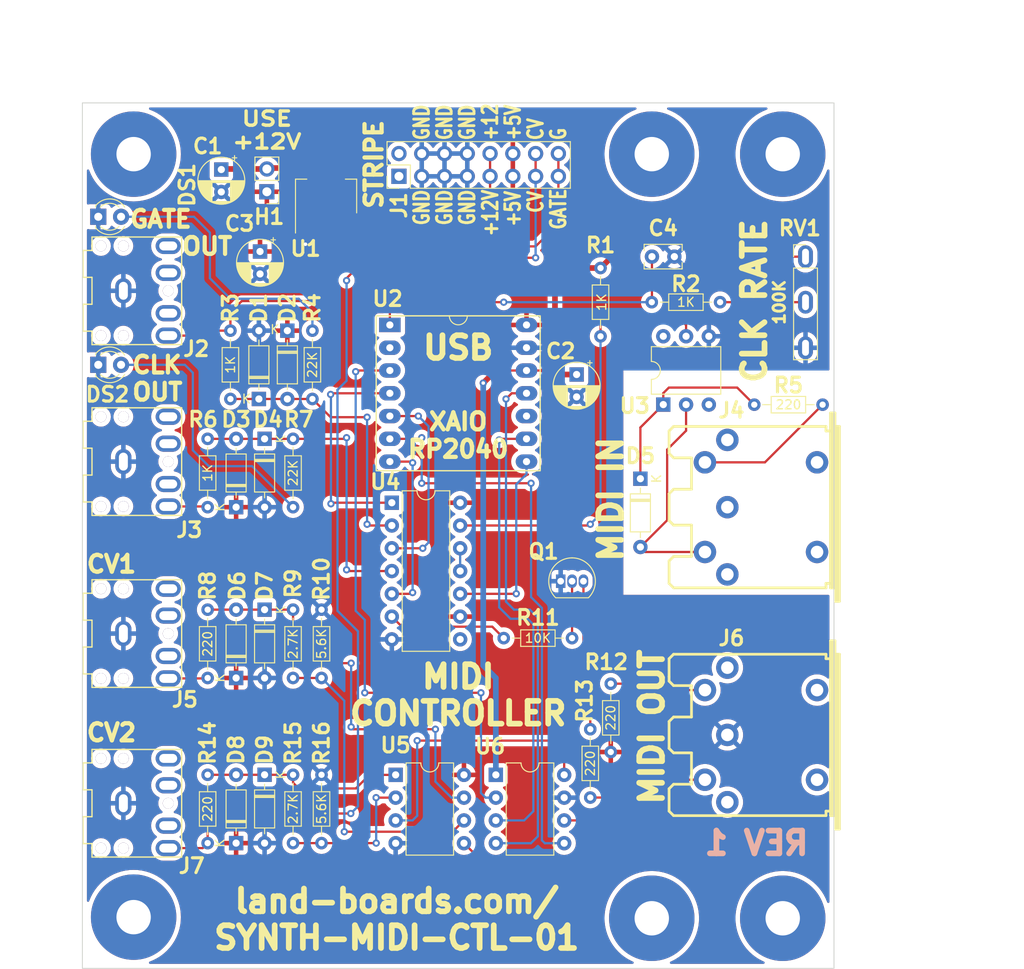
<source format=kicad_pcb>
(kicad_pcb (version 20211014) (generator pcbnew)
  (title_block (title "SYNTH MIDI COMTROLLER") (date "2022-09-23") (rev "1") (company "LAND BOARDS, LLC"))
  (layers (0 "F.Cu" signal) (31 "B.Cu" signal) (34 "B.Paste" user) (35 "F.Paste" user) (36 "B.SilkS" user "B.Silkscreen") (37 "F.SilkS" user "F.Silkscreen") (38 "B.Mask" user) (39 "F.Mask" user) (44 "Edge.Cuts" user))
  (net 0 "")
  (net 1 "Net-(D5-Pad1)")
  (net 2 "+3V3")
  (net 3 "+5V")
  (net 4 "/FREQ_POT")
  (net 6 "+12V")
  (net 7 "/GATE")
  (net 8 "Net-(C1-Pad1)")
  (net 13 "/RXD")
  (net 16 "/MIDI_IN")
  (net 17 "/CV_OUT")
  (net 18 "/MOD_OUT")
  (net 19 "/GATE_OUT")
  (net 20 "/CLK_OUT")
  (net 21 "/CLK")
  (net 22 "Net-(D5-Pad2)")
  (net 23 "Net-(J6-Pad5)")
  (net 24 "Net-(Q1-Pad2)")
  (net 25 "Net-(Q1-Pad3)")
  (net 26 "Net-(DS1-Pad2)")
  (net 27 "Net-(J6-Pad4)")
  (net 28 "/GATE_I")
  (net 29 "/CLK_I")
  (net 30 "Net-(DS2-Pad2)")
  (net 32 "Net-(U5-Pad3)")
  (net 33 "Net-(R2-Pad1)")
  (net 34 "Net-(R10-Pad2)")
  (net 35 "Net-(R11-Pad2)")
  (net 37 "Net-(U2-Pad6)")
  (net 38 "Net-(U2-Pad9)")
  (net 40 "Net-(U2-Pad11)")
  (net 43 "Net-(R15-Pad1)")
  (net 44 "Net-(D6-Pad2)")
  (net 45 "Net-(D8-Pad2)")
  (net 46 "Net-(U2-Pad3)")
  (net 47 "Net-(U5-Pad5)")
  (net 52 "GND")
  (net 53 "Net-(R1-Pad1)")
  (net 54 "Net-(U4-Pad12)")
  (net 55 "Net-(U4-Pad5)")
  (footprint "Capacitor_THT:CP_Radial_D5.0mm_P2.50mm" (layer "F.Cu") (at 106.172 39.434888 -90)
    (fp_text reference "C3")
    (fp_text value "10uF")
  )
  (footprint "Diode_THT:D_DO-35_SOD27_P7.62mm_Horizontal" (layer "F.Cu") (at 106.68 60.325 -90)
    (fp_text reference "D4")
    (fp_text value "BAT41")
  )
  (footprint "Capacitor_THT:CP_Radial_D5.0mm_P2.50mm" (layer "F.Cu") (at 141.478 53.150888 -90)
    (fp_text reference "C2")
    (fp_text value "10uF")
  )
  (footprint "Diode_THT:D_DO-35_SOD27_P7.62mm_Horizontal" (layer "F.Cu") (at 106.68 97.79 -90)
    (fp_text reference "D9")
    (fp_text value "BAT41")
  )
  (footprint "LandBoards_MountHoles:MTG-6-32" (layer "F.Cu") (at 92.075 113.665)
    (fp_text reference "MTG2" hide)
    (fp_text value "MountingHole" hide)
  )
  (footprint "LandBoards_Conns:Pot3" (layer "F.Cu") (at 167.005 40.01)
    (fp_text reference "RV1")
    (fp_text value "100K")
  )
  (footprint "LandBoards_MountHoles:MTG-6-32" (layer "F.Cu") (at 164.465 28.575)
    (fp_text reference "MTG3" hide)
    (fp_text value "MountingHole" hide)
  )
  (footprint "LandBoards_MountHoles:MTG-6-32" (layer "F.Cu") (at 146.558 114.173)
    (fp_text reference "MTG6" hide)
    (fp_text value "MountingHole" hide)
  )
  (footprint "Resistor_THT:R_Axial_DIN0204_L3.6mm_D1.6mm_P7.62mm_Horizontal" (layer "F.Cu") (at 100.33 79.375 -90)
    (fp_text reference "R8")
    (fp_text value "220")
  )
  (footprint "Resistor_THT:R_Axial_DIN0204_L3.6mm_D1.6mm_P7.62mm_Horizontal" (layer "F.Cu") (at 100.33 60.325 -90)
    (fp_text reference "R6")
    (fp_text value "1K")
  )
  (footprint "Resistor_THT:R_Axial_DIN0204_L3.6mm_D1.6mm_P7.62mm_Horizontal" (layer "F.Cu") (at 168.91 56.515 180)
    (fp_text reference "R5")
    (fp_text value "220")
  )
  (footprint "Resistor_THT:R_Axial_DIN0204_L3.6mm_D1.6mm_P7.62mm_Horizontal" (layer "F.Cu") (at 109.855 105.41 90)
    (fp_text reference "R15")
    (fp_text value "2.7K")
  )
  (footprint "LandBoards_Conns:Jack_3.5mm_CUI_SJ1-3523N_Horizontal" (layer "F.Cu") (at 90.932 62.865 90)
    (fp_text reference "J3")
    (fp_text value "AudioJack3" hide)
  )
  (footprint "Package_DIP:DIP-6_W7.62mm" (layer "F.Cu") (at 151.145 56.505 90)
    (fp_text reference "U3")
    (fp_text value "4N26")
  )
  (footprint "LandBoards_Conns:Jack_3.5mm_CUI_SJ1-3523N_Horizontal" (layer "F.Cu") (at 90.932 82.042 90)
    (fp_text reference "J5")
    (fp_text value "AudioJack3" hide)
  )
  (footprint "Diode_THT:D_DO-35_SOD27_P7.62mm_Horizontal" (layer "F.Cu") (at 103.505 86.995 90)
    (fp_text reference "D6")
    (fp_text value "BAT41")
  )
  (footprint "Package_DIP:DIP-8_W7.62mm" (layer "F.Cu") (at 132.471 97.8)
    (fp_text reference "U6")
    (fp_text value "MCP4822")
  )
  (footprint "Resistor_THT:R_Axial_DIN0204_L3.6mm_D1.6mm_P7.62mm_Horizontal" (layer "F.Cu") (at 109.855 86.995 90)
    (fp_text reference "R9")
    (fp_text value "2.7K")
  )
  (footprint "Diode_THT:D_DO-35_SOD27_P7.62mm_Horizontal" (layer "F.Cu") (at 148.59 64.77 -90)
    (fp_text reference "D5")
    (fp_text value "BAT41")
  )
  (footprint "Resistor_THT:R_Axial_DIN0204_L3.6mm_D1.6mm_P7.62mm_Horizontal" (layer "F.Cu") (at 100.33 97.79 -90)
    (fp_text reference "R14")
    (fp_text value "220")
  )
  (footprint "Diode_THT:D_DO-35_SOD27_P7.62mm_Horizontal" (layer "F.Cu") (at 103.505 105.41 90)
    (fp_text reference "D8")
    (fp_text value "BAT41")
  )
  (footprint "Diode_THT:D_DO-35_SOD27_P7.62mm_Horizontal" (layer "F.Cu") (at 103.505 67.945 90)
    (fp_text reference "D3")
    (fp_text value "BAT41")
  )
  (footprint "Diode_THT:D_DO-35_SOD27_P7.62mm_Horizontal" (layer "F.Cu") (at 106.045 55.88 90)
    (fp_text reference "D1")
    (fp_text value "BAT41")
  )
  (footprint "Package_DIP:DIP-8_W7.62mm" (layer "F.Cu") (at 121.295 97.8)
    (fp_text reference "U5")
    (fp_text value "MCP6232")
  )
  (footprint "LandBoards_Conns:MIDI_DIN-5" (layer "F.Cu") (at 161.29 93.345 90)
    (fp_text reference "J6")
    (fp_text value "DIN-5" hide)
  )
  (footprint "Resistor_THT:R_Axial_DIN0204_L3.6mm_D1.6mm_P7.62mm_Horizontal" (layer "F.Cu") (at 113.03 79.375 -90)
    (fp_text reference "R10")
    (fp_text value "5.6K")
  )
  (footprint "Resistor_THT:R_Axial_DIN0204_L3.6mm_D1.6mm_P7.62mm_Horizontal" (layer "F.Cu") (at 102.87 55.88 90)
    (fp_text reference "R3")
    (fp_text value "1K")
  )
  (footprint "LandBoards_MountHoles:MTG-6-32" (layer "F.Cu") (at 147.574 28.194)
    (fp_text reference "MTG5" hide)
    (fp_text value "MountingHole" hide)
  )
  (footprint "Diode_THT:D_DO-35_SOD27_P7.62mm_Horizontal" (layer "F.Cu") (at 106.68 79.375 -90)
    (fp_text reference "D7")
    (fp_text value "BAT41")
  )
  (footprint "Connector_PinHeader_2.54mm:PinHeader_2x08_P2.54mm_Vertical" (layer "F.Cu") (at 121.666 31.05 90)
    (fp_text reference "J1")
    (fp_text value "Conn_02x08_Odd_Even")
  )
  (footprint "Resistor_THT:R_Axial_DIN0204_L3.6mm_D1.6mm_P7.62mm_Horizontal" (layer "F.Cu") (at 143.002 92.71 -90)
    (fp_text reference "R13")
    (fp_text value "220")
  )
  (footprint "Resistor_THT:R_Axial_DIN0204_L3.6mm_D1.6mm_P7.62mm_Horizontal" (layer "F.Cu") (at 157.48 45.085 180)
    (fp_text reference "R2")
    (fp_text value "1K")
  )
  (footprint "Package_TO_SOT_THT:TO-92_Inline" (layer "F.Cu") (at 139.7 76.2)
    (fp_text reference "Q1")
    (fp_text value "2N3904")
  )
  (footprint "LandBoards_BoardOutlines:QT_Py" (layer "F.Cu") (at 120.65 47.625)
    (fp_text reference "U2")
    (fp_text value "XIAO_RP2040")
  )
  (footprint "Diode_THT:D_DO-35_SOD27_P7.62mm_Horizontal" (layer "F.Cu") (at 109.22 48.26 -90)
    (fp_text reference "D2")
    (fp_text value "BAT41")
  )
  (footprint "Connector_PinHeader_2.54mm:PinHeader_1x02_P2.54mm_Vertical" (layer "F.Cu") (at 106.934 32.771 180)
    (fp_text reference "H1")
    (fp_text value "Conn_01x02")
  )
  (footprint "LandBoards_MountHoles:MTG-6-32" (layer "F.Cu") (at 164.465 113.665)
    (fp_text reference "MTG4" hide)
    (fp_text value "MountingHole" hide)
  )
  (footprint "LandBoards_MountHoles:MTG-6-32" (layer "F.Cu") (at 92.075 28.575)
    (fp_text reference "MTG1" hide)
    (fp_text value "MountingHole" hide)
  )
  (footprint "Resistor_THT:R_Axial_DIN0204_L3.6mm_D1.6mm_P7.62mm_Horizontal" (layer "F.Cu") (at 113.03 97.79 -90)
    (fp_text reference "R16")
    (fp_text value "5.6K")
  )
  (footprint "Resistor_THT:R_Axial_DIN0204_L3.6mm_D1.6mm_P7.62mm_Horizontal" (layer "F.Cu") (at 144.145 48.895 90)
    (fp_text reference "R1")
    (fp_text value "1K")
  )
  (footprint "Resistor_THT:R_Axial_DIN0204_L3.6mm_D1.6mm_P7.62mm_Horizontal" (layer "F.Cu") (at 112.014 48.26 -90)
    (fp_text reference "R4")
    (fp_text value "22K")
  )
  (footprint "Resistor_THT:R_Axial_DIN0204_L3.6mm_D1.6mm_P7.62mm_Horizontal" (layer "F.Cu") (at 109.855 67.945 90)
    (fp_text reference "R7")
    (fp_text value "22K")
  )
  (footprint "LandBoards_Conns:MIDI_DIN-5" (layer "F.Cu") (at 161.29 67.945 90)
    (fp_text reference "J4")
    (fp_text value "DIN-5" hide)
  )
  (footprint "Resistor_THT:R_Axial_DIN0204_L3.6mm_D1.6mm_P7.62mm_Horizontal" (layer "F.Cu") (at 145.288 87.63 -90)
    (fp_text reference "R12")
    (fp_text value "220")
  )
  (footprint "LED_THT:LED_D3.0mm" (layer "F.Cu") (at 88.133 35.56)
    (fp_text reference "DS1")
    (fp_text value "LED")
  )
  (footprint "LandBoards_Conns:Jack_3.5mm_CUI_SJ1-3523N_Horizontal" (layer "F.Cu") (at 90.932 43.815 90)
    (fp_text reference "J2")
    (fp_text value "AudioJack3" hide)
  )
  (footprint "Capacitor_THT:CP_Radial_D5.0mm_P2.50mm" (layer "F.Cu") (at 101.854 30.290888 -90)
    (fp_text reference "C1")
    (fp_text value "10uF")
  )
  (footprint "LandBoards_Conns:Jack_3.5mm_CUI_SJ1-3523N_Horizontal" (layer "F.Cu") (at 90.932 100.965 90)
    (fp_text reference "J7")
    (fp_text value "AudioJack3" hide)
  )
  (footprint "LED_THT:LED_D3.0mm" (layer "F.Cu") (at 88.133 52.07)
    (fp_text reference "DS2")
    (fp_text value "LED")
  )
  (footprint "Package_DIP:DIP-14_W7.62mm" (layer "F.Cu") (at 120.87 67.45)
    (fp_text reference "U4")
    (fp_text value "74HC04")
  )
  (footprint "Resistor_THT:R_Axial_DIN0204_L3.6mm_D1.6mm_P7.62mm_Horizontal" (layer "F.Cu") (at 140.97 82.55 180)
    (fp_text reference "R11")
    (fp_text value "10K")
  )
  (footprint "Package_TO_SOT_SMD:SOT-223" (layer "F.Cu") (at 113.538 33.274 90)
    (fp_text reference "U1")
    (fp_text value "AZ1117-5")
  )
  (footprint "Capacitor_THT:C_Rect_L4.0mm_W2.5mm_P2.50mm" (layer "F.Cu") (at 149.88 40.005)
    (fp_text reference "C4")
    (fp_text value "220pF")
  )
  (gr_rect (start 86.36 22.86) (end 170.18 119.38) (layer "Edge.Cuts") (width 0.1) (fill none))
  (gr_text "REV 1" (at 161.544 105.41) (layer "B.SilkS") (effects (font (size 2.54 2.54) (thickness 0.635)) (justify mirror)))
  (gr_text "XAIO\nRP2040" (at 128.27 59.944) (layer "F.SilkS") (effects (font (size 1.905 1.905) (thickness 0.47625))))
  (gr_text "STRIPE" (at 118.872 29.718 90) (layer "F.SilkS") (effects (font (size 1.905 1.905) (thickness 0.47625))))
  (gr_text "CV1" (at 86.614 74.295) (layer "F.SilkS") (effects (font (size 1.8796 1.905) (thickness 0.4699)) (justify left)))
  (gr_text "GND" (at 126.746 27.178 90) (layer "F.SilkS") (effects (font (size 1.651 1.27) (thickness 0.3175)) (justify left)))
  (gr_text "GND" (at 129.286 27.178 90) (layer "F.SilkS") (effects (font (size 1.651 1.27) (thickness 0.3175)) (justify left)))
  (gr_text "GATE\n    OUT" (at 91.44 37.338) (layer "F.SilkS") (effects (font (size 1.8796 1.905) (thickness 0.4699)) (justify left)))
  (gr_text "CV" (at 136.906 32.512 90) (layer "F.SilkS") (effects (font (size 1.651 1.27) (thickness 0.3175)) (justify right)))
  (gr_text "+5V" (at 134.366 27.18 90) (layer "F.SilkS") (effects (font (size 1.651 1.27) (thickness 0.3175)) (justify left)))
  (gr_text "land-boards.com/\nSYNTH-MIDI-CTL-01" (at 121.412 113.919) (layer "F.SilkS") (effects (font (size 2.54 2.54) (thickness 0.635))))
  (gr_text "GND" (at 124.206 32.38 90) (layer "F.SilkS") (effects (font (size 1.651 1.27) (thickness 0.3175)) (justify right)))
  (gr_text "+12V" (at 131.856 32.38 90) (layer "F.SilkS") (effects (font (size 1.651 1.27) (thickness 0.3175)) (justify right)))
  (gr_text "MIDI OUT" (at 149.86 92.456 90) (layer "F.SilkS") (effects (font (size 2.54 2.54) (thickness 0.635))))
  (gr_text "+5V" (at 134.366 32.512 90) (layer "F.SilkS") (effects (font (size 1.651 1.27) (thickness 0.3175)) (justify right)))
  (gr_text "GND" (at 129.286 32.38 90) (layer "F.SilkS") (effects (font (size 1.651 1.27) (thickness 0.3175)) (justify right)))
  (gr_text "GATE" (at 139.446 32.258 90) (layer "F.SilkS") (effects (font (size 1.651 1.27) (thickness 0.3175)) (justify right)))
  (gr_text "CV2" (at 86.614 93.091) (layer "F.SilkS") (effects (font (size 1.905 1.905) (thickness 0.47625)) (justify left)))
  (gr_text "CV" (at 136.906 27.178 90) (layer "F.SilkS") (effects (font (size 1.651 1.27) (thickness 0.3175)) (justify left)))
  (gr_text "USB" (at 128.27 50.165) (layer "F.SilkS") (effects (font (size 2.54 2.54) (thickness 0.635))))
  (gr_text "+12" (at 131.826 27.18 90) (layer "F.SilkS") (effects (font (size 1.651 1.27) (thickness 0.3175)) (justify left)))
  (gr_text "GND" (at 124.206 27.178 90) (layer "F.SilkS") (effects (font (size 1.651 1.27) (thickness 0.3175)) (justify left)))
  (gr_text "CLK RATE" (at 161.29 44.958 90) (layer "F.SilkS") (effects (font (size 2.54 2.54) (thickness 0.635))))
  (gr_text "MIDI\nCONTROLLER" (at 128.27 88.9) (layer "F.SilkS") (effects (font (size 2.54 2.54) (thickness 0.635))))
  (gr_text "GND" (at 126.746 32.38 90) (layer "F.SilkS") (effects (font (size 1.651 1.27) (thickness 0.3175)) (justify right)))
  (gr_text "CLK\nOUT" (at 91.694 53.594) (layer "F.SilkS") (effects (font (size 1.8796 1.905) (thickness 0.4699)) (justify left)))
  (gr_text "MIDI IN" (at 145.288 67.056 90) (layer "F.SilkS") (effects (font (size 2.54 2.54) (thickness 0.635))))
  (gr_text "G" (at 139.446 27.178 90) (layer "F.SilkS") (effects (font (size 1.651 1.27) (thickness 0.3175)) (justify left)))
  (gr_text "USE\n+12V" (at 106.934 25.908) (layer "F.SilkS") (effects (font (size 1.5875 1.905) (thickness 0.381))))
  (segment (start 159.385 54.61) (end 151.765 54.61) (width 0.25) (layer "F.Cu") (net 1))
  (segment (start 151.145 55.23) (end 151.145 56.505) (width 0.25) (layer "F.Cu") (net 1))
  (segment (start 148.59 59.06) (end 151.145 56.505) (width 0.25) (layer "F.Cu") (net 1))
  (segment (start 151.765 54.61) (end 151.145 55.23) (width 0.25) (layer "F.Cu") (net 1))
  (segment (start 161.29 56.515) (end 159.385 54.61) (width 0.25) (layer "F.Cu") (net 1))
  (segment (start 148.59 64.77) (end 148.59 59.06) (width 0.25) (layer "F.Cu") (net 1))
  (segment (start 137.795 52.705) (end 138.557 51.943) (width 0.635) (layer "F.Cu") (net 2))
  (segment (start 131.064 54.102) (end 132.461 52.705) (width 0.635) (layer "F.Cu") (net 2))
  (segment (start 138.557 51.943) (end 139.065 51.435) (width 0.635) (layer "F.Cu") (net 2))
  (segment (start 160.274 36.83) (end 163.454 40.01) (width 0.635) (layer "F.Cu") (net 2))
  (segment (start 138.557 51.943) (end 139.764888 53.150888) (width 0.635) (layer "F.Cu") (net 2))
  (segment (start 132.461 52.705) (end 135.89 52.705) (width 0.25) (layer "F.Cu") (net 2))
  (segment (start 135.89 52.705) (end 137.795 52.705) (width 0.25) (layer "F.Cu") (net 2))
  (segment (start 148.59 36.83) (end 160.274 36.83) (width 0.635) (layer "F.Cu") (net 2))
  (segment (start 163.454 40.01) (end 167.005 40.01) (width 0.25) (layer "F.Cu") (net 2))
  (segment (start 139.065 51.435) (end 139.065 43.18) (width 0.635) (layer "F.Cu") (net 2))
  (segment (start 140.97 41.275) (end 144.145 41.275) (width 0.635) (layer "F.Cu") (net 2))
  (segment (start 139.065 43.18) (end 140.97 41.275) (width 0.635) (layer "F.Cu") (net 2))
  (segment (start 144.145 41.275) (end 148.59 36.83) (width 0.635) (layer "F.Cu") (net 2))
  (segment (start 139.764888 53.150888) (end 141.478 53.150888) (width 0.635) (layer "F.Cu") (net 2))
  (via (at 131.064 54.102) (size 0.8) (drill 0.4) (layers "F.Cu" "B.Cu") (net 2))
  (segment (start 131.064 54.102) (end 131.064 85.598) (width 0.635) (layer "B.Cu") (net 2))
  (segment (start 132.471 87.005) (end 131.064 85.598) (width 0.635) (layer "B.Cu") (net 2))
  (segment (start 132.471 87.005) (end 132.471 97.8) (width 0.635) (layer "B.Cu") (net 2))
  (segment (start 120.65 45.72) (end 120.65 47.625) (width 0.25) (layer "F.Cu") (net 4))
  (segment (start 121.285 45.085) (end 120.65 45.72) (width 0.25) (layer "F.Cu") (net 4))
  (segment (start 133.35 45.085) (end 121.285 45.085) (width 0.25) (layer "F.Cu") (net 4))
  (segment (start 149.88 40.005) (end 149.88 45.065) (width 0.25) (layer "F.Cu") (net 4))
  (via (at 133.35 45.085) (size 0.8) (drill 0.4) (layers "F.Cu" "B.Cu") (net 4))
  (segment (start 149.86 45.085) (end 133.35 45.085) (width 0.25) (layer "B.Cu") (net 4))
  (segment (start 115.838 36.424) (end 128.93 36.424) (width 0.635) (layer "F.Cu") (net 6))
  (segment (start 128.93 36.424) (end 131.826 33.528) (width 0.635) (layer "F.Cu") (net 6))
  (segment (start 131.826 33.528) (end 131.826 31.05) (width 0.254) (layer "F.Cu") (net 6))
  (segment (start 131.826 31.05) (end 131.826 28.51) (width 0.254) (layer "F.Cu") (net 6))
  (segment (start 114.046 55.372) (end 114.173 55.245) (width 0.25) (layer "F.Cu") (net 7))
  (segment (start 114.173 55.245) (end 120.65 55.245) (width 0.25) (layer "F.Cu") (net 7))
  (segment (start 120.87 67.45) (end 114.1955 67.45) (width 0.25) (layer "F.Cu") (net 7))
  (segment (start 114.1955 67.45) (end 114.0815 67.564) (width 0.25) (layer "F.Cu") (net 7))
  (via (at 114.046 55.372) (size 0.8) (drill 0.4) (layers "F.Cu" "B.Cu") (net 7))
  (via (at 114.0815 67.564) (size 0.8) (drill 0.4) (layers "F.Cu" "B.Cu") (net 7))
  (segment (start 114.0815 67.564) (end 114.0815 55.4075) (width 0.25) (layer "B.Cu") (net 7))
  (segment (start 114.0815 55.4075) (end 114.046 55.372) (width 0.25) (layer "B.Cu") (net 7))
  (segment (start 106.934 30.231) (end 101.913888 30.231) (width 0.635) (layer "F.Cu") (net 8))
  (segment (start 113.538 36.424) (end 113.538 30.124) (width 0.635) (layer "F.Cu") (net 8))
  (segment (start 113.538 30.124) (end 107.041 30.124) (width 0.635) (layer "F.Cu") (net 8))
  (segment (start 128.49 77.61) (end 134.734 77.61) (width 0.25) (layer "F.Cu") (net 13))
  (segment (start 134.734 77.61) (end 134.747 77.597) (width 0.25) (layer "F.Cu") (net 13))
  (via (at 134.747 77.597) (size 0.8) (drill 0.4) (layers "F.Cu" "B.Cu") (net 13))
  (segment (start 134.747 77.597) (end 134.747 65.405) (width 0.25) (layer "B.Cu") (net 13))
  (segment (start 134.747 65.405) (end 135.89 64.262) (width 0.25) (layer "B.Cu") (net 13))
  (segment (start 135.89 64.262) (end 135.89 62.865) (width 0.25) (layer "B.Cu") (net 13))
  (segment (start 155.79 62.945) (end 162.48 62.945) (width 0.25) (layer "F.Cu") (net 16))
  (segment (start 162.48 62.945) (end 168.91 56.515) (width 0.25) (layer "F.Cu") (net 16))
  (segment (start 115.824 42.418) (end 115.824 42.672) (width 0.254) (layer "F.Cu") (net 17))
  (segment (start 99.775 105.965) (end 100.33 105.41) (width 0.25) (layer "F.Cu") (net 17))
  (segment (start 100.33 103.124) (end 100.33 105.41) (width 0.254) (layer "F.Cu") (net 17))
  (segment (start 101.346 102.108) (end 100.33 103.124) (width 0.254) (layer "F.Cu") (net 17))
  (segment (start 136.906 28.51) (end 136.906 31.05) (width 0.254) (layer "F.Cu") (net 17))
  (segment (start 116.2945 102.108) (end 101.346 102.108) (width 0.254) (layer "F.Cu") (net 17))
  (segment (start 95.948 105.965) (end 99.775 105.965) (width 0.25) (layer "F.Cu") (net 17))
  (segment (start 136.906 40.132) (end 118.11 40.132) (width 0.254) (layer "F.Cu") (net 17))
  (segment (start 118.11 40.132) (end 115.824 42.418) (width 0.254) (layer "F.Cu") (net 17))
  (via (at 116.2945 102.108) (size 0.8) (drill 0.4) (layers "F.Cu" "B.Cu") (net 17))
  (via (at 136.906 40.132) (size 0.8) (drill 0.4) (layers "F.Cu" "B.Cu") (net 17))
  (via (at 115.824 42.672) (size 0.8) (drill 0.4) (layers "F.Cu" "B.Cu") (net 17))
  (segment (start 117.094 81.788) (end 114.808 79.502) (width 0.254) (layer "B.Cu") (net 17))
  (segment (start 136.906 31.05) (end 136.906 40.132) (width 0.254) (layer "B.Cu") (net 17))
  (segment (start 116.2945 102.108) (end 117.094 101.3085) (width 0.254) (layer "B.Cu") (net 17))
  (segment (start 114.808 79.502) (end 114.808 54.864) (width 0.254) (layer "B.Cu") (net 17))
  (segment (start 114.808 54.864) (end 115.824 53.848) (width 0.254) (layer "B.Cu") (net 17))
  (segment (start 117.094 101.3085) (end 117.094 81.788) (width 0.254) (layer "B.Cu") (net 17))
  (segment (start 115.824 53.848) (end 115.824 42.672) (width 0.254) (layer "B.Cu") (net 17))
  (segment (start 95.932 87.042) (end 100.283 87.042) (width 0.25) (layer "F.Cu") (net 18))
  (segment (start 117.602 38.862) (end 111.506 44.958) (width 0.25) (layer "F.Cu") (net 19))
  (segment (start 96.075 48.815) (end 99.267 48.815) (width 0.25) (layer "F.Cu") (net 19))
  (segment (start 102.87 46.228) (end 104.14 44.958) (width 0.25) (layer "F.Cu") (net 19))
  (segment (start 104.14 44.958) (end 111.506 44.958) (width 0.25) (layer "F.Cu") (net 19))
  (segment (start 139.446 28.51) (end 139.446 31.05) (width 0.254) (layer "F.Cu") (net 19))
  (segment (start 139.446 36.322) (end 139.446 31.05) (width 0.25) (layer "F.Cu") (net 19))
  (segment (start 136.906 38.862) (end 117.602 38.862) (width 0.25) (layer "F.Cu") (net 19))
  (segment (start 99.822 48.26) (end 102.87 48.26) (width 0.25) (layer "F.Cu") (net 19))
  (segment (start 136.906 38.862) (end 139.446 36.322) (width 0.25) (layer "F.Cu") (net 19))
  (segment (start 102.87 48.26) (end 102.87 46.228) (width 0.25) (layer "F.Cu") (net 19))
  (segment (start 99.267 48.815) (end 99.822 48.26) (width 0.25) (layer "F.Cu") (net 19))
  (segment (start 96.075 67.865) (end 100.25 67.865) (width 0.25) (layer "F.Cu") (net 20))
  (segment (start 124.32 72.53) (end 120.87 72.53) (width 0.25) (layer "F.Cu") (net 21))
  (segment (start 120.65 57.785) (end 123.825 57.785) (width 0.25) (layer "F.Cu") (net 21))
  (via (at 123.825 57.785) (size 0.8) (drill 0.4) (layers "F.Cu" "B.Cu") (net 21))
  (via (at 124.32 72.53) (size 0.8) (drill 0.4) (layers "F.Cu" "B.Cu") (net 21))
  (segment (start 123.825 57.785) (end 124.968 58.928) (width 0.25) (layer "B.Cu") (net 21))
  (segment (start 124.968 58.928) (end 124.968 71.882) (width 0.25) (layer "B.Cu") (net 21))
  (segment (start 124.968 71.882) (end 124.32 72.53) (width 0.25) (layer "B.Cu") (net 21))
  (segment (start 149.145 72.945) (end 148.59 72.39) (width 0.25) (layer "F.Cu") (net 22))
  (segment (start 155.79 72.945) (end 149.145 72.945) (width 0.25) (layer "F.Cu") (net 22))
  (segment (start 151.5745 69.4055) (end 151.5745 61.5315) (width 0.25) (layer "F.Cu") (net 22))
  (segment (start 148.59 72.39) (end 151.5745 69.4055) (width 0.25) (layer "F.Cu") (net 22))
  (segment (start 151.5745 61.5315) (end 153.685 59.421) (width 0.25) (layer "F.Cu") (net 22))
  (segment (start 153.685 59.421) (end 153.685 56.505) (width 0.25) (layer "F.Cu") (net 22))
  (segment (start 150.575 98.345) (end 148.59 100.33) (width 0.25) (layer "F.Cu") (net 23))
  (segment (start 155.79 98.345) (end 150.575 98.345) (width 0.25) (layer "F.Cu") (net 23))
  (segment (start 143.002 100.33) (end 148.59 100.33) (width 0.25) (layer "F.Cu") (net 23))
  (segment (start 140.97 82.55) (end 140.97 76.2) (width 0.25) (layer "F.Cu") (net 24))
  (segment (start 143.002 90.932) (end 142.24 90.17) (width 0.25) (layer "F.Cu") (net 25))
  (segment (start 142.24 76.2) (end 142.24 90.17) (width 0.25) (layer "F.Cu") (net 25))
  (segment (start 143.002 92.71) (end 143.002 90.932) (width 0.25) (layer "F.Cu") (net 25))
  (segment (start 100.584 37.338) (end 98.806 35.56) (width 0.25) (layer "B.Cu") (net 26))
  (segment (start 102.87 44.704) (end 100.584 42.418) (width 0.25) (layer "B.Cu") (net 26))
  (segment (start 102.87 44.704) (end 110.49 44.704) (width 0.25) (layer "B.Cu") (net 26))
  (segment (start 112.014 48.26) (end 112.014 46.228) (width 0.25) (layer "B.Cu") (net 26))
  (segment (start 98.806 35.56) (end 90.673 35.56) (width 0.25) (layer "B.Cu") (net 26))
  (segment (start 112.014 46.228) (end 110.49 44.704) (width 0.25) (layer "B.Cu") (net 26))
  (segment (start 100.584 42.418) (end 100.584 37.338) (width 0.25) (layer "B.Cu") (net 26))
  (segment (start 144.78 87.63) (end 148.684 87.63) (width 0.25) (layer "F.Cu") (net 27))
  (segment (start 155.79 88.345) (end 149.399 88.345) (width 0.25) (layer "F.Cu") (net 27))
  (segment (start 148.684 87.63) (end 149.399 88.345) (width 0.25) (layer "F.Cu") (net 27))
  (segment (start 114.046 57.912) (end 112.014 55.88) (width 0.25) (layer "F.Cu") (net 28))
  (segment (start 106.045 55.88) (end 109.22 55.88) (width 0.25) (layer "F.Cu") (net 28))
  (segment (start 120.87 69.99) (end 118.25 69.99) (width 0.25) (layer "F.Cu") (net 28))
  (segment (start 118.25 69.99) (end 118.11 69.85) (width 0.25) (layer "F.Cu") (net 28))
  (segment (start 102.87 55.88) (end 106.045 55.88) (width 0.25) (layer "F.Cu") (net 28))
  (segment (start 109.22 55.88) (end 112.014 55.88) (width 0.25) (layer "F.Cu") (net 28))
  (segment (start 118.11 57.912) (end 114.046 57.912) (width 0.25) (layer "F.Cu") (net 28))
  (via (at 118.11 57.912) (size 0.8) (drill 0.4) (layers "F.Cu" "B.Cu") (net 28))
  (via (at 118.11 69.85) (size 0.8) (drill 0.4) (layers "F.Cu" "B.Cu") (net 28))
  (segment (start 118.11 57.912) (end 118.11 69.85) (width 0.25) (layer "B.Cu") (net 28))
  (segment (start 103.505 60.325) (end 115.697 60.325) (width 0.25) (layer "F.Cu") (net 29))
  (segment (start 115.697 60.325) (end 115.824 60.198) (width 0.25) (layer "F.Cu") (net 29))
  (segment (start 100.33 60.325) (end 103.505 60.325) (width 0.25) (layer "F.Cu") (net 29))
  (segment (start 115.964 75.07) (end 115.824 74.93) (width 0.25) (layer "F.Cu") (net 29))
  (segment (start 115.964 75.07) (end 120.87 75.07) (width 0.25) (layer "F.Cu") (net 29))
  (via (at 115.824 60.198) (size 0.8) (drill 0.4) (layers "F.Cu" "B.Cu") (net 29))
  (via (at 115.824 74.93) (size 0.8) (drill 0.4) (layers "F.Cu" "B.Cu") (net 29))
  (segment (start 115.824 60.198) (end 115.824 74.93) (width 0.25) (layer "B.Cu") (net 29))
  (segment (start 98.679 61.595) (end 100.457 63.373) (width 0.25) (layer "B.Cu") (net 30))
  (segment (start 98.679 52.959) (end 98.679 61.595) (width 0.25) (layer "B.Cu") (net 30))
  (segment (start 90.673 52.07) (end 97.79 52.07) (width 0.25) (layer "B.Cu") (net 30))
  (segment (start 100.457 63.373) (end 105.283 63.373) (width 0.25) (layer "B.Cu") (net 30))
  (segment (start 105.283 63.373) (end 109.855 67.945) (width 0.25) (layer "B.Cu") (net 30))
  (segment (start 97.79 52.07) (end 98.679 52.959) (width 0.25) (layer "B.Cu") (net 30))
  (segment (start 123.698 93.98) (end 139.7 93.98) (width 0.25) (layer "F.Cu") (net 32))
  (segment (start 139.7 93.98) (end 140.091 94.371) (width 0.25) (layer "F.Cu") (net 32))
  (segment (start 140.091 94.371) (end 140.091 97.8) (width 0.25) (layer "F.Cu") (net 32))
  (via (at 123.698 93.98) (size 0.8) (drill 0.4) (layers "F.Cu" "B.Cu") (net 32))
  (segment (start 123.698 102.362) (end 123.698 93.98) (width 0.25) (layer "B.Cu") (net 32))
  (segment (start 123.18 102.88) (end 123.698 102.362) (width 0.25) (layer "B.Cu") (net 32))
  (segment (start 121.295 102.88) (end 123.18 102.88) (width 0.25) (layer "B.Cu") (net 32))
  (segment (start 157.48 45.085) (end 167 45.085) (width 0.25) (layer "F.Cu") (net 33))
  (segment (start 109.855 86.995) (end 113.03 86.995) (width 0.25) (layer "F.Cu") (net 34))
  (segment (start 128.915 102.88) (end 127.655 104.14) (width 0.25) (layer "F.Cu") (net 34))
  (segment (start 127.655 104.14) (end 115.57 104.14) (width 0.25) (layer "F.Cu") (net 34))
  (via (at 115.57 104.14) (size 0.8) (drill 0.4) (layers "F.Cu" "B.Cu") (net 34))
  (segment (start 115.57 89.535) (end 113.03 86.995) (width 0.25) (layer "B.Cu") (net 34))
  (segment (start 115.57 104.14) (end 115.57 89.535) (width 0.25) (layer "B.Cu") (net 34))
  (segment (start 120.87 80.15) (end 121.994511 81.274511) (width 0.25) (layer "F.Cu") (net 35))
  (segment (start 132.074511 81.274511) (end 133.35 82.55) (width 0.25) (layer "F.Cu") (net 35))
  (segment (start 121.994511 81.274511) (end 132.074511 81.274511) (width 0.25) (layer "F.Cu") (net 35))
  (segment (start 124.079 60.325) (end 124.206 60.198) (width 0.25) (layer "F.Cu") (net 37))
  (segment (start 120.65 60.325) (end 124.079 60.325) (width 0.25) (layer "F.Cu") (net 37))
  (segment (start 124.206 65.278) (end 136.398 65.278) (width 0.25) (layer "F.Cu") (net 37))
  (via (at 124.206 60.198) (size 0.8) (drill 0.4) (layers "F.Cu" "B.Cu") (net 37))
  (via (at 136.398 65.278) (size 0.8) (drill 0.4) (layers "F.Cu" "B.Cu") (net 37))
  (via (at 124.206 65.278) (size 0.8) (drill 0.4) (layers "F.Cu" "B.Cu") (net 37))
  (segment (start 136.398 77.978) (end 137.60952 79.18952) (width 0.25) (layer "B.Cu") (net 37))
  (segment (start 136.398 65.278) (end 136.398 77.978) (width 0.25) (layer "B.Cu") (net 37))
  (segment (start 137.60952 105.09752) (end 137.60952 79.18952) (width 0.25) (layer "B.Cu") (net 37))
  (segment (start 140.091 105.42) (end 137.932 105.42) (width 0.25) (layer "B.Cu") (net 37))
  (segment (start 137.932 105.42) (end 137.60952 105.09752) (width 0.25) (layer "B.Cu") (net 37))
  (segment (start 124.206 60.198) (end 124.206 65.278) (width 0.25) (layer "B.Cu") (net 37))
  (segment (start 132.969 60.325) (end 135.89 60.325) (width 0.25) (layer "F.Cu") (net 38))
  (segment (start 132.842 60.452) (end 132.969 60.325) (width 0.25) (layer "F.Cu") (net 38))
  (via (at 132.842 60.452) (size 0.8) (drill 0.4) (layers "F.Cu" "B.Cu") (net 38))
  (segment (start 132.842 60.452) (end 132.842 79.121) (width 0.25) (layer "B.Cu") (net 38))
  (segment (start 136.017 80.391) (end 136.651989 81.025989) (width 0.25) (layer "B.Cu") (net 38))
  (segment (start 134.112 80.391) (end 136.017 80.391) (width 0.25) (layer "B.Cu") (net 38))
  (segment (start 136.651989 101.854011) (end 135.626 102.88) (width 0.25) (layer "B.Cu") (net 38))
  (segment (start 135.626 102.88) (end 132.471 102.88) (width 0.25) (layer "B.Cu") (net 38))
  (segment (start 132.842 79.121) (end 134.112 80.391) (width 0.25) (layer "B.Cu") (net 38))
  (segment (start 136.651989 81.025989) (end 136.651989 101.854011) (width 0.25) (layer "B.Cu") (net 38))
  (segment (start 134.239 55.245) (end 135.89 55.245) (width 0.25) (layer "F.Cu") (net 40))
  (segment (start 133.604 55.88) (end 134.239 55.245) (width 0.25) (layer "F.Cu") (net 40))
  (via (at 133.604 55.88) (size 0.8) (drill 0.4) (layers "F.Cu" "B.Cu") (net 40))
  (segment (start 137.16 80.264) (end 137.16 104.648) (width 0.25) (layer "B.Cu") (net 40))
  (segment (start 136.271 79.375) (end 137.16 80.264) (width 0.25) (layer "B.Cu") (net 40))
  (segment (start 134.493 79.375) (end 136.271 79.375) (width 0.25) (layer "B.Cu") (net 40))
  (segment (start 133.604 55.88) (end 133.604 78.486) (width 0.25) (layer "B.Cu") (net 40))
  (segment (start 137.16 104.648) (end 136.388 105.42) (width 0.25) (layer "B.Cu") (net 40))
  (segment (start 133.604 78.486) (end 134.493 79.375) (width 0.25) (layer "B.Cu") (net 40))
  (segment (start 136.388 105.42) (end 132.471 105.42) (width 0.25) (layer "B.Cu") (net 40))
  (segment (start 121.295 100.34) (end 119.116 100.34) (width 0.25) (layer "F.Cu") (net 43))
  (segment (start 109.855 105.41) (end 113.03 105.41) (width 0.25) (layer "F.Cu") (net 43))
  (segment (start 113.03 105.41) (end 119.126 105.41) (width 0.25) (layer "F.Cu") (net 43))
  (via (at 119.126 105.41) (size 0.8) (drill 0.4) (layers "F.Cu" "B.Cu") (net 43))
  (via (at 119.116 100.34) (size 0.8) (drill 0.4) (layers "F.Cu" "B.Cu") (net 43))
  (segment (start 119.126 105.41) (end 119.126 100.35) (width 0.25) (layer "B.Cu") (net 43))
  (segment (start 119.126 100.35) (end 119.116 100.34) (width 0.25) (layer "B.Cu") (net 43))
  (segment (start 109.855 79.375) (end 109.855 80.899) (width 0.25) (layer "F.Cu") (net 44))
  (segment (start 125.73 92.71) (end 116.586 92.71) (width 0.25) (layer "F.Cu") (net 44))
  (segment (start 116.586 92.71) (end 116.332 92.456) (width 0.25) (layer "F.Cu") (net 44))
  (segment (start 100.33 79.375) (end 103.505 79.375) (width 0.25) (layer "F.Cu") (net 44))
  (segment (start 109.855 80.899) (end 114.3 85.344) (width 0.25) (layer "F.Cu") (net 44))
  (segment (start 103.505 79.375) (end 106.68 79.375) (width 0.25) (layer "F.Cu") (net 44))
  (segment (start 116.332 85.344) (end 114.3 85.344) (width 0.25) (layer "F.Cu") (net 44))
  (segment (start 106.68 79.375) (end 109.855 79.375) (width 0.25) (layer "F.Cu") (net 44))
  (via (at 125.73 92.71) (size 0.8) (drill 0.4) (layers "F.Cu" "B.Cu") (net 44))
  (via (at 116.332 92.456) (size 0.8) (drill 0.4) (layers "F.Cu" "B.Cu") (net 44))
  (via (at 116.332 85.344) (size 0.8) (drill 0.4) (layers "F.Cu" "B.Cu") (net 44))
  (segment (start 116.332 85.344) (end 116.332 92.456) (width 0.25) (layer "B.Cu") (net 44))
  (segment (start 127.518 100.34) (end 125.73 98.552) (width 0.25) (layer "B.Cu") (net 44))
  (segment (start 128.915 100.34) (end 127.518 100.34) (width 0.25) (layer "B.Cu") (net 44))
  (segment (start 125.73 98.552) (end 125.73 92.71) (width 0.25) (layer "B.Cu") (net 44))
  (segment (start 106.68 97.79) (end 109.855 97.79) (width 0.25) (layer "F.Cu") (net 45))
  (segment (start 118.374 97.8) (end 121.295 97.8) (width 0.25) (layer "F.Cu") (net 45))
  (segment (start 110.49 99.314) (end 116.86 99.314) (width 0.25) (layer "F.Cu") (net 45))
  (segment (start 103.505 97.79) (end 106.68 97.79) (width 0.25) (layer "F.Cu") (net 45))
  (segment (start 116.86 99.314) (end 118.374 97.8) (width 0.25) (layer "F.Cu") (net 45))
  (segment (start 109.855 97.79) (end 109.855 98.679) (width 0.25) (layer "F.Cu") (net 45))
  (segment (start 100.33 97.79) (end 103.505 97.79) (width 0.25) (layer "F.Cu") (net 45))
  (segment (start 109.855 98.679) (end 110.49 99.314) (width 0.25) (layer "F.Cu") (net 45))
  (segment (start 120.65 52.705) (end 116.967 52.705) (width 0.25) (layer "F.Cu") (net 46))
  (segment (start 116.967 52.705) (end 116.84 52.832) (width 0.25) (layer "F.Cu") (net 46))
  (segment (start 130.81 88.646) (end 117.856 88.646) (width 0.25) (layer "F.Cu") (net 46))
  (via (at 117.856 88.646) (size 0.8) (drill 0.4) (layers "F.Cu" "B.Cu") (net 46))
  (via (at 116.84 52.832) (size 0.8) (drill 0.4) (layers "F.Cu" "B.Cu") (net 46))
  (via (at 130.81 88.646) (size 0.8) (drill 0.4) (layers "F.Cu" "B.Cu") (net 46))
  (segment (start 117.856 80.518) (end 116.84 79.502) (width 0.25) (layer "B.Cu") (net 46))
  (segment (start 117.856 88.646) (end 117.856 80.518) (width 0.25) (layer "B.Cu") (net 46))
  (segment (start 131.328 100.34) (end 132.471 100.34) (width 0.25) (layer "B.Cu") (net 46))
  (segment (start 130.81 99.822) (end 131.328 100.34) (width 0.25) (layer "B.Cu") (net 46))
  (segment (start 130.81 99.822) (end 130.81 88.646) (width 0.25) (layer "B.Cu") (net 46))
  (segment (start 116.84 79.502) (end 116.84 52.832) (width 0.25) (layer "B.Cu") (net 46))
  (segment (start 143.51 104.14) (end 142.25 102.88) (width 0.25) (layer "F.Cu") (net 47))
  (segment (start 131.445 107.95) (end 142.24 107.95) (width 0.25) (layer "F.Cu") (net 47))
  (segment (start 143.51 106.68) (end 143.51 104.14) (width 0.25) (layer "F.Cu") (net 47))
  (segment (start 128.915 105.42) (end 131.445 107.95) (width 0.25) (layer "F.Cu") (net 47))
  (segment (start 142.25 102.88) (end 140.091 102.88) (width 0.25) (layer "F.Cu") (net 47))
  (segment (start 142.24 107.95) (end 143.51 106.68) (width 0.25) (layer "F.Cu") (net 47))
  (segment (start 111.238 38.622) (end 111.238 36.424) (width 0.254) (layer "F.Cu") (net 52))
  (via (at 111.238 38.622) (size 0.8) (drill 0.4) (layers "F.Cu" "B.Cu") (net 52))
  (segment (start 153.685 47.64) (end 153.035 46.99) (width 0.25) (layer "F.Cu") (net 53))
  (segment (start 142.862 69.99) (end 128.49 69.99) (width 0.25) (layer "F.Cu") (net 53))
  (segment (start 143.002 69.85) (end 142.862 69.99) (width 0.25) (layer "F.Cu") (net 53))
  (segment (start 144.78 46.99) (end 144.145 47.625) (width 0.25) (layer "F.Cu") (net 53))
  (segment (start 153.035 46.99) (end 144.78 46.99) (width 0.25) (layer "F.Cu") (net 53))
  (segment (start 153.685 48.885) (end 153.685 47.64) (width 0.25) (layer "F.Cu") (net 53))
  (segment (start 144.145 47.625) (end 144.145 48.895) (width 0.25) (layer "F.Cu") (net 53))
  (via (at 143.002 69.85) (size 0.8) (drill 0.4) (layers "F.Cu" "B.Cu") (net 53))
  (segment (start 144.145 48.895) (end 144.145 68.707) (width 0.25) (layer "B.Cu") (net 53))
  (segment (start 144.145 68.707) (end 143.002 69.85) (width 0.25) (layer "B.Cu") (net 53))
  (segment (start 128.49 72.53) (end 128.49 75.07) (width 0.25) (layer "B.Cu") (net 54))
  (segment (start 120.65 62.865) (end 123.063 62.865) (width 0.25) (layer "F.Cu") (net 55))
  (segment (start 123.05 77.61) (end 123.19 77.47) (width 0.25) (layer "F.Cu") (net 55))
  (segment (start 123.19 62.992) (end 123.063 62.865) (width 0.25) (layer "F.Cu") (net 55))
  (segment (start 120.87 77.61) (end 123.05 77.61) (width 0.25) (layer "F.Cu") (net 55))
  (via (at 123.19 62.992) (size 0.8) (drill 0.4) (layers "F.Cu" "B.Cu") (net 55))
  (via (at 123.19 77.47) (size 0.8) (drill 0.4) (layers "F.Cu" "B.Cu") (net 55))
  (segment (start 123.19 77.47) (end 123.19 62.992) (width 0.25) (layer "B.Cu") (net 55))
  (zone (net 3) (net_name "+5V") (layer "F.Cu") (connect_pads (clearance 0.508)) (min_thickness 0.254) (fill yes (thermal_gap 0.508) (thermal_bridge_width 0.508))
    (polygon (pts (xy 170.18 52.705) (xy 146.685 52.705) (xy 146.685 77.724) (xy 170.18 77.724) (xy 170.18 119.38) (xy 86.36 119.38) (xy 86.36 22.86) (xy 170.18 22.86)))
  )
  (zone (net 52) (net_name "GND") (layer "B.Cu") (connect_pads (clearance 0.508)) (min_thickness 0.254) (fill yes (thermal_gap 0.508) (thermal_bridge_width 0.508))
    (polygon (pts (xy 170.18 52.705) (xy 146.685 52.705) (xy 146.685 77.724) (xy 170.18 77.724) (xy 170.18 119.38) (xy 86.36 119.38) (xy 86.36 22.86) (xy 170.18 22.86)))
  )
)
</source>
